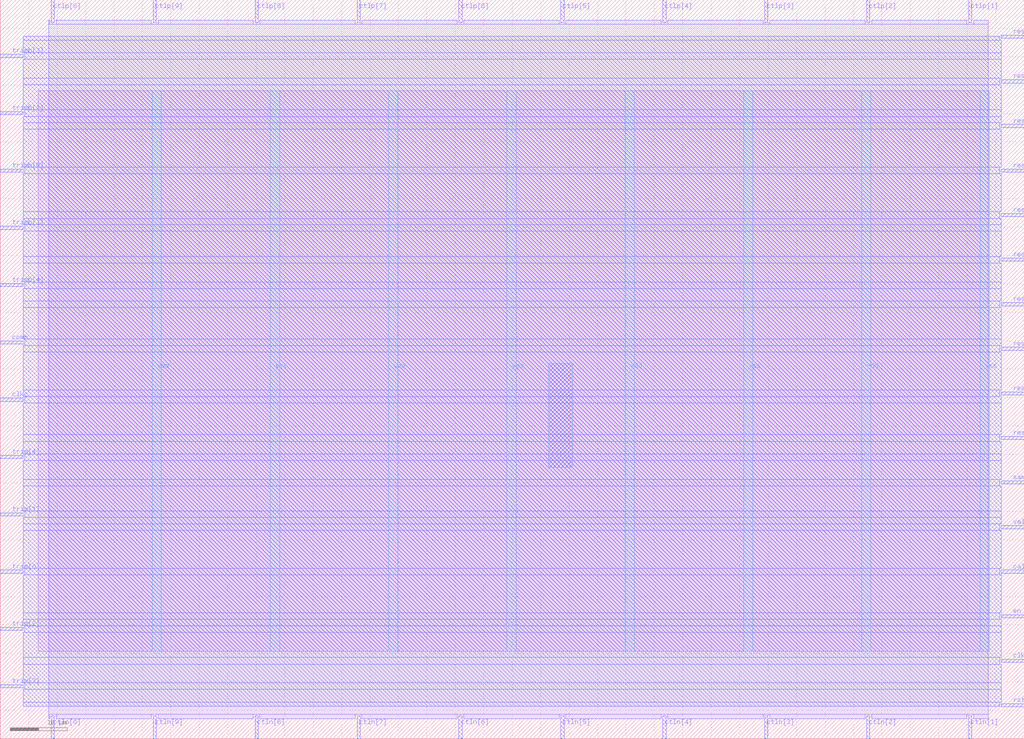
<source format=lef>
VERSION 5.7 ;
  NOWIREEXTENSIONATPIN ON ;
  DIVIDERCHAR "/" ;
  BUSBITCHARS "[]" ;
MACRO sarlogic
  CLASS BLOCK ;
  FOREIGN sarlogic ;
  ORIGIN 0.000 0.000 ;
  SIZE 180.000 BY 130.000 ;
  PIN cal
    DIRECTION INPUT ;
    USE SIGNAL ;
    ANTENNAGATEAREA 0.741000 ;
    ANTENNADIFFAREA 0.410400 ;
    PORT
      LAYER Metal3 ;
        RECT 176.000 29.120 180.000 29.680 ;
    END
  END cal
  PIN clk
    DIRECTION INPUT ;
    USE SIGNAL ;
    ANTENNAGATEAREA 0.741000 ;
    ANTENNADIFFAREA 0.410400 ;
    PORT
      LAYER Metal3 ;
        RECT 176.000 13.440 180.000 14.000 ;
    END
  END clk
  PIN clkc
    DIRECTION OUTPUT TRISTATE ;
    USE SIGNAL ;
    ANTENNADIFFAREA 4.731200 ;
    PORT
      LAYER Metal3 ;
        RECT 0.000 59.360 4.000 59.920 ;
    END
  END clkc
  PIN comp
    DIRECTION INPUT ;
    USE SIGNAL ;
    ANTENNAGATEAREA 0.741000 ;
    ANTENNADIFFAREA 0.410400 ;
    PORT
      LAYER Metal3 ;
        RECT 0.000 69.440 4.000 70.000 ;
    END
  END comp
  PIN ctln[0]
    DIRECTION OUTPUT TRISTATE ;
    USE SIGNAL ;
    ANTENNADIFFAREA 4.731200 ;
    PORT
      LAYER Metal2 ;
        RECT 8.960 0.000 9.520 4.000 ;
    END
  END ctln[0]
  PIN ctln[1]
    DIRECTION OUTPUT TRISTATE ;
    USE SIGNAL ;
    ANTENNADIFFAREA 4.731200 ;
    PORT
      LAYER Metal2 ;
        RECT 170.240 0.000 170.800 4.000 ;
    END
  END ctln[1]
  PIN ctln[2]
    DIRECTION OUTPUT TRISTATE ;
    USE SIGNAL ;
    ANTENNADIFFAREA 4.731200 ;
    PORT
      LAYER Metal2 ;
        RECT 152.320 0.000 152.880 4.000 ;
    END
  END ctln[2]
  PIN ctln[3]
    DIRECTION OUTPUT TRISTATE ;
    USE SIGNAL ;
    ANTENNADIFFAREA 4.731200 ;
    PORT
      LAYER Metal2 ;
        RECT 134.400 0.000 134.960 4.000 ;
    END
  END ctln[3]
  PIN ctln[4]
    DIRECTION OUTPUT TRISTATE ;
    USE SIGNAL ;
    ANTENNADIFFAREA 4.731200 ;
    PORT
      LAYER Metal2 ;
        RECT 116.480 0.000 117.040 4.000 ;
    END
  END ctln[4]
  PIN ctln[5]
    DIRECTION OUTPUT TRISTATE ;
    USE SIGNAL ;
    ANTENNADIFFAREA 4.731200 ;
    PORT
      LAYER Metal2 ;
        RECT 98.560 0.000 99.120 4.000 ;
    END
  END ctln[5]
  PIN ctln[6]
    DIRECTION OUTPUT TRISTATE ;
    USE SIGNAL ;
    ANTENNADIFFAREA 4.731200 ;
    PORT
      LAYER Metal2 ;
        RECT 80.640 0.000 81.200 4.000 ;
    END
  END ctln[6]
  PIN ctln[7]
    DIRECTION OUTPUT TRISTATE ;
    USE SIGNAL ;
    ANTENNADIFFAREA 4.731200 ;
    PORT
      LAYER Metal2 ;
        RECT 62.720 0.000 63.280 4.000 ;
    END
  END ctln[7]
  PIN ctln[8]
    DIRECTION OUTPUT TRISTATE ;
    USE SIGNAL ;
    ANTENNADIFFAREA 4.731200 ;
    PORT
      LAYER Metal2 ;
        RECT 44.800 0.000 45.360 4.000 ;
    END
  END ctln[8]
  PIN ctln[9]
    DIRECTION OUTPUT TRISTATE ;
    USE SIGNAL ;
    ANTENNADIFFAREA 4.731200 ;
    PORT
      LAYER Metal2 ;
        RECT 26.880 0.000 27.440 4.000 ;
    END
  END ctln[9]
  PIN ctlp[0]
    DIRECTION OUTPUT TRISTATE ;
    USE SIGNAL ;
    ANTENNADIFFAREA 4.731200 ;
    PORT
      LAYER Metal2 ;
        RECT 8.960 126.000 9.520 130.000 ;
    END
  END ctlp[0]
  PIN ctlp[1]
    DIRECTION OUTPUT TRISTATE ;
    USE SIGNAL ;
    ANTENNADIFFAREA 4.731200 ;
    PORT
      LAYER Metal2 ;
        RECT 170.240 126.000 170.800 130.000 ;
    END
  END ctlp[1]
  PIN ctlp[2]
    DIRECTION OUTPUT TRISTATE ;
    USE SIGNAL ;
    ANTENNADIFFAREA 4.731200 ;
    PORT
      LAYER Metal2 ;
        RECT 152.320 126.000 152.880 130.000 ;
    END
  END ctlp[2]
  PIN ctlp[3]
    DIRECTION OUTPUT TRISTATE ;
    USE SIGNAL ;
    ANTENNADIFFAREA 4.731200 ;
    PORT
      LAYER Metal2 ;
        RECT 134.400 126.000 134.960 130.000 ;
    END
  END ctlp[3]
  PIN ctlp[4]
    DIRECTION OUTPUT TRISTATE ;
    USE SIGNAL ;
    ANTENNADIFFAREA 4.731200 ;
    PORT
      LAYER Metal2 ;
        RECT 116.480 126.000 117.040 130.000 ;
    END
  END ctlp[4]
  PIN ctlp[5]
    DIRECTION OUTPUT TRISTATE ;
    USE SIGNAL ;
    ANTENNADIFFAREA 4.731200 ;
    PORT
      LAYER Metal2 ;
        RECT 98.560 126.000 99.120 130.000 ;
    END
  END ctlp[5]
  PIN ctlp[6]
    DIRECTION OUTPUT TRISTATE ;
    USE SIGNAL ;
    ANTENNADIFFAREA 4.731200 ;
    PORT
      LAYER Metal2 ;
        RECT 80.640 126.000 81.200 130.000 ;
    END
  END ctlp[6]
  PIN ctlp[7]
    DIRECTION OUTPUT TRISTATE ;
    USE SIGNAL ;
    ANTENNADIFFAREA 4.731200 ;
    PORT
      LAYER Metal2 ;
        RECT 62.720 126.000 63.280 130.000 ;
    END
  END ctlp[7]
  PIN ctlp[8]
    DIRECTION OUTPUT TRISTATE ;
    USE SIGNAL ;
    ANTENNADIFFAREA 4.731200 ;
    PORT
      LAYER Metal2 ;
        RECT 44.800 126.000 45.360 130.000 ;
    END
  END ctlp[8]
  PIN ctlp[9]
    DIRECTION OUTPUT TRISTATE ;
    USE SIGNAL ;
    ANTENNADIFFAREA 4.731200 ;
    PORT
      LAYER Metal2 ;
        RECT 26.880 126.000 27.440 130.000 ;
    END
  END ctlp[9]
  PIN en
    DIRECTION INPUT ;
    USE SIGNAL ;
    ANTENNAGATEAREA 1.102000 ;
    ANTENNADIFFAREA 0.410400 ;
    PORT
      LAYER Metal3 ;
        RECT 176.000 21.280 180.000 21.840 ;
    END
  END en
  PIN result[0]
    DIRECTION OUTPUT TRISTATE ;
    USE SIGNAL ;
    ANTENNADIFFAREA 4.731200 ;
    PORT
      LAYER Metal3 ;
        RECT 176.000 52.640 180.000 53.200 ;
    END
  END result[0]
  PIN result[1]
    DIRECTION OUTPUT TRISTATE ;
    USE SIGNAL ;
    ANTENNADIFFAREA 4.731200 ;
    PORT
      LAYER Metal3 ;
        RECT 176.000 60.480 180.000 61.040 ;
    END
  END result[1]
  PIN result[2]
    DIRECTION OUTPUT TRISTATE ;
    USE SIGNAL ;
    ANTENNADIFFAREA 4.731200 ;
    PORT
      LAYER Metal3 ;
        RECT 176.000 68.320 180.000 68.880 ;
    END
  END result[2]
  PIN result[3]
    DIRECTION OUTPUT TRISTATE ;
    USE SIGNAL ;
    ANTENNADIFFAREA 4.731200 ;
    PORT
      LAYER Metal3 ;
        RECT 176.000 76.160 180.000 76.720 ;
    END
  END result[3]
  PIN result[4]
    DIRECTION OUTPUT TRISTATE ;
    USE SIGNAL ;
    ANTENNADIFFAREA 4.731200 ;
    PORT
      LAYER Metal3 ;
        RECT 176.000 84.000 180.000 84.560 ;
    END
  END result[4]
  PIN result[5]
    DIRECTION OUTPUT TRISTATE ;
    USE SIGNAL ;
    ANTENNADIFFAREA 4.731200 ;
    PORT
      LAYER Metal3 ;
        RECT 176.000 91.840 180.000 92.400 ;
    END
  END result[5]
  PIN result[6]
    DIRECTION OUTPUT TRISTATE ;
    USE SIGNAL ;
    ANTENNADIFFAREA 4.731200 ;
    PORT
      LAYER Metal3 ;
        RECT 176.000 99.680 180.000 100.240 ;
    END
  END result[6]
  PIN result[7]
    DIRECTION OUTPUT TRISTATE ;
    USE SIGNAL ;
    ANTENNADIFFAREA 4.731200 ;
    PORT
      LAYER Metal3 ;
        RECT 176.000 107.520 180.000 108.080 ;
    END
  END result[7]
  PIN result[8]
    DIRECTION OUTPUT TRISTATE ;
    USE SIGNAL ;
    ANTENNADIFFAREA 4.731200 ;
    PORT
      LAYER Metal3 ;
        RECT 176.000 115.360 180.000 115.920 ;
    END
  END result[8]
  PIN result[9]
    DIRECTION OUTPUT TRISTATE ;
    USE SIGNAL ;
    ANTENNADIFFAREA 4.731200 ;
    PORT
      LAYER Metal3 ;
        RECT 176.000 123.200 180.000 123.760 ;
    END
  END result[9]
  PIN rstn
    DIRECTION INPUT ;
    USE SIGNAL ;
    ANTENNAGATEAREA 0.741000 ;
    ANTENNADIFFAREA 0.410400 ;
    PORT
      LAYER Metal3 ;
        RECT 176.000 5.600 180.000 6.160 ;
    END
  END rstn
  PIN sample
    DIRECTION OUTPUT TRISTATE ;
    USE SIGNAL ;
    ANTENNADIFFAREA 4.731200 ;
    PORT
      LAYER Metal3 ;
        RECT 176.000 44.800 180.000 45.360 ;
    END
  END sample
  PIN trim[0]
    DIRECTION OUTPUT TRISTATE ;
    USE SIGNAL ;
    ANTENNADIFFAREA 4.731200 ;
    PORT
      LAYER Metal3 ;
        RECT 0.000 29.120 4.000 29.680 ;
    END
  END trim[0]
  PIN trim[1]
    DIRECTION OUTPUT TRISTATE ;
    USE SIGNAL ;
    ANTENNADIFFAREA 4.731200 ;
    PORT
      LAYER Metal3 ;
        RECT 0.000 39.200 4.000 39.760 ;
    END
  END trim[1]
  PIN trim[2]
    DIRECTION OUTPUT TRISTATE ;
    USE SIGNAL ;
    ANTENNADIFFAREA 4.731200 ;
    PORT
      LAYER Metal3 ;
        RECT 0.000 19.040 4.000 19.600 ;
    END
  END trim[2]
  PIN trim[3]
    DIRECTION OUTPUT TRISTATE ;
    USE SIGNAL ;
    ANTENNADIFFAREA 4.731200 ;
    PORT
      LAYER Metal3 ;
        RECT 0.000 8.960 4.000 9.520 ;
    END
  END trim[3]
  PIN trim[4]
    DIRECTION OUTPUT TRISTATE ;
    USE SIGNAL ;
    ANTENNADIFFAREA 4.731200 ;
    PORT
      LAYER Metal3 ;
        RECT 0.000 49.280 4.000 49.840 ;
    END
  END trim[4]
  PIN trimb[0]
    DIRECTION OUTPUT TRISTATE ;
    USE SIGNAL ;
    ANTENNADIFFAREA 4.731200 ;
    PORT
      LAYER Metal3 ;
        RECT 0.000 99.680 4.000 100.240 ;
    END
  END trimb[0]
  PIN trimb[1]
    DIRECTION OUTPUT TRISTATE ;
    USE SIGNAL ;
    ANTENNADIFFAREA 4.731200 ;
    PORT
      LAYER Metal3 ;
        RECT 0.000 89.600 4.000 90.160 ;
    END
  END trimb[1]
  PIN trimb[2]
    DIRECTION OUTPUT TRISTATE ;
    USE SIGNAL ;
    ANTENNADIFFAREA 4.731200 ;
    PORT
      LAYER Metal3 ;
        RECT 0.000 109.760 4.000 110.320 ;
    END
  END trimb[2]
  PIN trimb[3]
    DIRECTION OUTPUT TRISTATE ;
    USE SIGNAL ;
    ANTENNADIFFAREA 4.731200 ;
    PORT
      LAYER Metal3 ;
        RECT 0.000 119.840 4.000 120.400 ;
    END
  END trimb[3]
  PIN trimb[4]
    DIRECTION OUTPUT TRISTATE ;
    USE SIGNAL ;
    ANTENNADIFFAREA 4.731200 ;
    PORT
      LAYER Metal3 ;
        RECT 0.000 79.520 4.000 80.080 ;
    END
  END trimb[4]
  PIN valid
    DIRECTION OUTPUT TRISTATE ;
    USE SIGNAL ;
    ANTENNADIFFAREA 4.731200 ;
    PORT
      LAYER Metal3 ;
        RECT 176.000 36.960 180.000 37.520 ;
    END
  END valid
  PIN vdd
    DIRECTION INOUT ;
    USE POWER ;
    PORT
      LAYER Metal4 ;
        RECT 26.710 15.380 28.310 113.980 ;
    END
    PORT
      LAYER Metal4 ;
        RECT 68.290 15.380 69.890 113.980 ;
    END
    PORT
      LAYER Metal4 ;
        RECT 109.870 15.380 111.470 113.980 ;
    END
    PORT
      LAYER Metal4 ;
        RECT 151.450 15.380 153.050 113.980 ;
    END
  END vdd
  PIN vss
    DIRECTION INOUT ;
    USE GROUND ;
    PORT
      LAYER Metal4 ;
        RECT 47.500 15.380 49.100 113.980 ;
    END
    PORT
      LAYER Metal4 ;
        RECT 89.080 15.380 90.680 113.980 ;
    END
    PORT
      LAYER Metal4 ;
        RECT 130.660 15.380 132.260 113.980 ;
    END
    PORT
      LAYER Metal4 ;
        RECT 172.240 15.380 173.840 113.980 ;
    END
  END vss
  OBS
      LAYER Metal1 ;
        RECT 6.720 15.380 173.840 113.980 ;
      LAYER Metal2 ;
        RECT 8.540 125.700 8.660 126.420 ;
        RECT 9.820 125.700 26.580 126.420 ;
        RECT 27.740 125.700 44.500 126.420 ;
        RECT 45.660 125.700 62.420 126.420 ;
        RECT 63.580 125.700 80.340 126.420 ;
        RECT 81.500 125.700 98.260 126.420 ;
        RECT 99.420 125.700 116.180 126.420 ;
        RECT 117.340 125.700 134.100 126.420 ;
        RECT 135.260 125.700 152.020 126.420 ;
        RECT 153.180 125.700 169.940 126.420 ;
        RECT 171.100 125.700 173.700 126.420 ;
        RECT 8.540 4.300 173.700 125.700 ;
        RECT 8.540 3.500 8.660 4.300 ;
        RECT 9.820 3.500 26.580 4.300 ;
        RECT 27.740 3.500 44.500 4.300 ;
        RECT 45.660 3.500 62.420 4.300 ;
        RECT 63.580 3.500 80.340 4.300 ;
        RECT 81.500 3.500 98.260 4.300 ;
        RECT 99.420 3.500 116.180 4.300 ;
        RECT 117.340 3.500 134.100 4.300 ;
        RECT 135.260 3.500 152.020 4.300 ;
        RECT 153.180 3.500 169.940 4.300 ;
        RECT 171.100 3.500 173.700 4.300 ;
      LAYER Metal3 ;
        RECT 4.000 122.900 175.700 123.620 ;
        RECT 4.000 120.700 176.000 122.900 ;
        RECT 4.300 119.540 176.000 120.700 ;
        RECT 4.000 116.220 176.000 119.540 ;
        RECT 4.000 115.060 175.700 116.220 ;
        RECT 4.000 110.620 176.000 115.060 ;
        RECT 4.300 109.460 176.000 110.620 ;
        RECT 4.000 108.380 176.000 109.460 ;
        RECT 4.000 107.220 175.700 108.380 ;
        RECT 4.000 100.540 176.000 107.220 ;
        RECT 4.300 99.380 175.700 100.540 ;
        RECT 4.000 92.700 176.000 99.380 ;
        RECT 4.000 91.540 175.700 92.700 ;
        RECT 4.000 90.460 176.000 91.540 ;
        RECT 4.300 89.300 176.000 90.460 ;
        RECT 4.000 84.860 176.000 89.300 ;
        RECT 4.000 83.700 175.700 84.860 ;
        RECT 4.000 80.380 176.000 83.700 ;
        RECT 4.300 79.220 176.000 80.380 ;
        RECT 4.000 77.020 176.000 79.220 ;
        RECT 4.000 75.860 175.700 77.020 ;
        RECT 4.000 70.300 176.000 75.860 ;
        RECT 4.300 69.180 176.000 70.300 ;
        RECT 4.300 69.140 175.700 69.180 ;
        RECT 4.000 68.020 175.700 69.140 ;
        RECT 4.000 61.340 176.000 68.020 ;
        RECT 4.000 60.220 175.700 61.340 ;
        RECT 4.300 60.180 175.700 60.220 ;
        RECT 4.300 59.060 176.000 60.180 ;
        RECT 4.000 53.500 176.000 59.060 ;
        RECT 4.000 52.340 175.700 53.500 ;
        RECT 4.000 50.140 176.000 52.340 ;
        RECT 4.300 48.980 176.000 50.140 ;
        RECT 4.000 45.660 176.000 48.980 ;
        RECT 4.000 44.500 175.700 45.660 ;
        RECT 4.000 40.060 176.000 44.500 ;
        RECT 4.300 38.900 176.000 40.060 ;
        RECT 4.000 37.820 176.000 38.900 ;
        RECT 4.000 36.660 175.700 37.820 ;
        RECT 4.000 29.980 176.000 36.660 ;
        RECT 4.300 28.820 175.700 29.980 ;
        RECT 4.000 22.140 176.000 28.820 ;
        RECT 4.000 20.980 175.700 22.140 ;
        RECT 4.000 19.900 176.000 20.980 ;
        RECT 4.300 18.740 176.000 19.900 ;
        RECT 4.000 14.300 176.000 18.740 ;
        RECT 4.000 13.140 175.700 14.300 ;
        RECT 4.000 9.820 176.000 13.140 ;
        RECT 4.300 8.660 176.000 9.820 ;
        RECT 4.000 6.460 176.000 8.660 ;
        RECT 4.000 5.740 175.700 6.460 ;
      LAYER Metal4 ;
        RECT 96.460 47.690 100.660 65.990 ;
  END
END sarlogic
END LIBRARY


</source>
